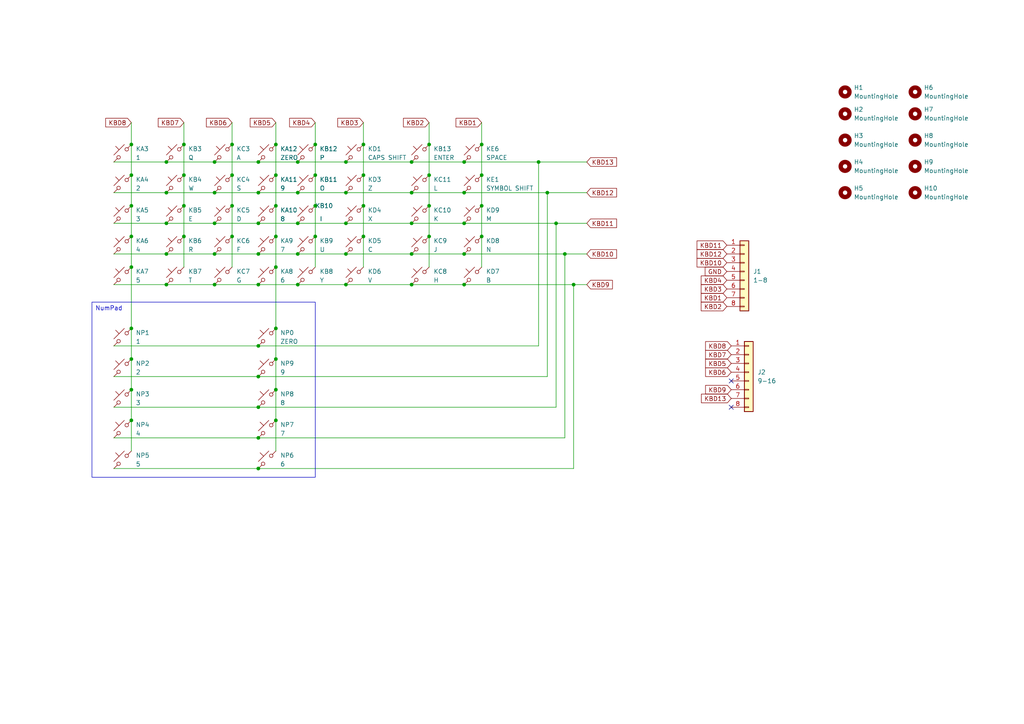
<source format=kicad_sch>
(kicad_sch (version 20250114) (generator "eeschema") (generator_version "9.0")
  (paper "A4")
  (title_block (title "Keyboard for Pioneer-2 Spectrum Clone") (date "14/NOV/2025") (rev "A") (company "Brett Hallen") (comment 1 "www.youtube.com/@Brfff"))
  (lib_symbols
    (symbol "Connector_Generic:Conn_01x08" (pin_names (offset 1.016) (hide yes))
      (property "Reference" "J" (at 0 10.16 0))
      (property "Value" "Conn_01x08" (at 0 -12.7 0))
      (symbol "Conn_01x08_1_1"
        (rectangle (start -1.27 8.89) (end 1.27 -11.43) (stroke (width 0.254)) (fill (type background)))
        (rectangle (start -1.27 7.747) (end 0 7.493) (stroke (width 0.1524)))
        (rectangle (start -1.27 5.207) (end 0 4.953) (stroke (width 0.1524)))
        (rectangle (start -1.27 2.667) (end 0 2.413) (stroke (width 0.1524)))
        (rectangle (start -1.27 0.127) (end 0 -0.127) (stroke (width 0.1524)))
        (rectangle (start -1.27 -2.413) (end 0 -2.667) (stroke (width 0.1524)))
        (rectangle (start -1.27 -4.953) (end 0 -5.207) (stroke (width 0.1524)))
        (rectangle (start -1.27 -7.493) (end 0 -7.747) (stroke (width 0.1524)))
        (rectangle (start -1.27 -10.033) (end 0 -10.287) (stroke (width 0.1524)))
        (pin passive line (at -5.08 7.62 0) (length 3.81) (name "Pin_1") (number "1"))
        (pin passive line (at -5.08 5.08 0) (length 3.81) (name "Pin_2") (number "2"))
        (pin passive line (at -5.08 2.54 0) (length 3.81) (name "Pin_3") (number "3"))
        (pin passive line (at -5.08 0 0) (length 3.81) (name "Pin_4") (number "4"))
        (pin passive line (at -5.08 -2.54 0) (length 3.81) (name "Pin_5") (number "5"))
        (pin passive line (at -5.08 -5.08 0) (length 3.81) (name "Pin_6") (number "6"))
        (pin passive line (at -5.08 -7.62 0) (length 3.81) (name "Pin_7") (number "7"))
        (pin passive line (at -5.08 -10.16 0) (length 3.81) (name "Pin_8") (number "8"))
      )
    )
    (symbol "Mechanical:MountingHole" (pin_names (offset 1.016)) (in_bom no)
      (property "Reference" "H" (at 0 5.08 0))
      (property "Value" "MountingHole" (at 0 3.175 0))
      (symbol "MountingHole_0_1"
        (circle (center 0 0) (radius 1.27) (stroke (width 1.27)))
      )
    )
    (symbol "Switch:SW_Push_45deg" (pin_numbers (hide yes)) (pin_names (offset 1.016) (hide yes))
      (property "Reference" "SW" (at 3.048 1.016 0))
      (property "Value" "SW_Push_45deg" (at 0 -3.81 0))
      (symbol "SW_Push_45deg_0_1"
        (polyline (pts (xy -2.54 2.54) (xy -1.524 1.524) (xy -1.524 1.524)))
        (circle (center -1.1684 1.1684) (radius 0.508))
        (polyline (pts (xy -0.508 2.54) (xy 2.54 -0.508)))
        (polyline (pts (xy 1.016 1.016) (xy 2.032 2.032)))
        (circle (center 1.143 -1.1938) (radius 0.508))
        (polyline (pts (xy 1.524 -1.524) (xy 2.54 -2.54) (xy 2.54 -2.54) (xy 2.54 -2.54)))
        (pin passive line (at -2.54 2.54 0) (length 0) (name "1") (number "1"))
        (pin passive line (at 2.54 -2.54 180) (length 0) (name "2") (number "2"))
      )
    )
  )
  (text_box "NumPad" (at 26.67 87.63 0) (size 64.77 50.8) (margins 0.9525 0.9525 0.9525 0.9525) (effects (font (size 1.27 1.27)) (justify left top)))
  (junction (at 38.1 113.03))
  (junction (at 156.21 46.99))
  (junction (at 91.44 50.8))
  (junction (at 119.38 46.99))
  (junction (at 163.83 73.66))
  (junction (at 139.7 59.69))
  (junction (at 86.36 46.99))
  (junction (at 105.41 50.8))
  (junction (at 91.44 41.91))
  (junction (at 100.33 73.66))
  (junction (at 86.36 64.77))
  (junction (at 100.33 46.99))
  (junction (at 86.36 55.88))
  (junction (at 53.34 59.69))
  (junction (at 91.44 59.69))
  (junction (at 124.46 59.69))
  (junction (at 74.93 73.66))
  (junction (at 74.93 64.77))
  (junction (at 38.1 77.47))
  (junction (at 48.26 46.99))
  (junction (at 74.93 109.22))
  (junction (at 100.33 55.88))
  (junction (at 166.37 82.55))
  (junction (at 80.01 50.8))
  (junction (at 74.93 46.99))
  (junction (at 86.36 82.55))
  (junction (at 67.31 59.69))
  (junction (at 80.01 113.03))
  (junction (at 119.38 73.66))
  (junction (at 62.23 64.77))
  (junction (at 67.31 68.58))
  (junction (at 74.93 100.33))
  (junction (at 105.41 59.69))
  (junction (at 161.29 64.77))
  (junction (at 74.93 55.88))
  (junction (at 139.7 41.91))
  (junction (at 62.23 73.66))
  (junction (at 53.34 50.8))
  (junction (at 48.26 73.66))
  (junction (at 38.1 104.14))
  (junction (at 158.75 55.88))
  (junction (at 62.23 55.88))
  (junction (at 74.93 82.55))
  (junction (at 119.38 64.77))
  (junction (at 74.93 135.89))
  (junction (at 134.62 46.99))
  (junction (at 100.33 64.77))
  (junction (at 48.26 55.88))
  (junction (at 38.1 121.92))
  (junction (at 80.01 95.25))
  (junction (at 38.1 59.69))
  (junction (at 53.34 68.58))
  (junction (at 100.33 82.55))
  (junction (at 134.62 55.88))
  (junction (at 139.7 50.8))
  (junction (at 134.62 82.55))
  (junction (at 134.62 64.77))
  (junction (at 119.38 82.55))
  (junction (at 124.46 68.58))
  (junction (at 53.34 41.91))
  (junction (at 62.23 82.55))
  (junction (at 74.93 118.11))
  (junction (at 67.31 50.8))
  (junction (at 80.01 41.91))
  (junction (at 48.26 82.55))
  (junction (at 38.1 95.25))
  (junction (at 80.01 121.92))
  (junction (at 80.01 77.47))
  (junction (at 62.23 46.99))
  (junction (at 124.46 41.91))
  (junction (at 119.38 55.88))
  (junction (at 38.1 68.58))
  (junction (at 86.36 73.66))
  (junction (at 67.31 41.91))
  (junction (at 80.01 68.58))
  (junction (at 134.62 73.66))
  (junction (at 74.93 127))
  (junction (at 80.01 104.14))
  (junction (at 80.01 59.69))
  (junction (at 139.7 68.58))
  (junction (at 105.41 68.58))
  (junction (at 91.44 68.58))
  (junction (at 48.26 64.77))
  (junction (at 124.46 50.8))
  (junction (at 38.1 50.8))
  (junction (at 105.41 41.91))
  (junction (at 38.1 41.91))
  (no_connect (at 212.09 110.49))
  (no_connect (at 212.09 118.11))
  (wire (pts (xy 53.34 35.56) (xy 53.34 41.91)))
  (wire (pts (xy 74.93 55.88) (xy 86.36 55.88)))
  (wire (pts (xy 33.02 46.99) (xy 48.26 46.99)))
  (wire (pts (xy 124.46 41.91) (xy 124.46 50.8)))
  (wire (pts (xy 62.23 64.77) (xy 74.93 64.77)))
  (wire (pts (xy 91.44 68.58) (xy 91.44 77.47)))
  (wire (pts (xy 163.83 127) (xy 163.83 73.66)))
  (wire (pts (xy 158.75 55.88) (xy 170.18 55.88)))
  (wire (pts (xy 48.26 64.77) (xy 62.23 64.77)))
  (wire (pts (xy 48.26 82.55) (xy 62.23 82.55)))
  (wire (pts (xy 91.44 50.8) (xy 91.44 59.69)))
  (wire (pts (xy 38.1 77.47) (xy 38.1 95.25)))
  (wire (pts (xy 100.33 55.88) (xy 119.38 55.88)))
  (wire (pts (xy 38.1 59.69) (xy 38.1 68.58)))
  (wire (pts (xy 100.33 82.55) (xy 119.38 82.55)))
  (wire (pts (xy 33.02 127) (xy 74.93 127)))
  (wire (pts (xy 161.29 64.77) (xy 170.18 64.77)))
  (wire (pts (xy 105.41 41.91) (xy 105.41 50.8)))
  (wire (pts (xy 38.1 121.92) (xy 38.1 130.81)))
  (wire (pts (xy 74.93 118.11) (xy 161.29 118.11)))
  (wire (pts (xy 74.93 82.55) (xy 86.36 82.55)))
  (wire (pts (xy 166.37 135.89) (xy 166.37 82.55)))
  (wire (pts (xy 38.1 95.25) (xy 38.1 104.14)))
  (wire (pts (xy 38.1 35.56) (xy 38.1 41.91)))
  (wire (pts (xy 156.21 46.99) (xy 170.18 46.99)))
  (wire (pts (xy 86.36 55.88) (xy 100.33 55.88)))
  (wire (pts (xy 139.7 41.91) (xy 139.7 50.8)))
  (wire (pts (xy 48.26 55.88) (xy 62.23 55.88)))
  (wire (pts (xy 67.31 41.91) (xy 67.31 50.8)))
  (wire (pts (xy 48.26 73.66) (xy 62.23 73.66)))
  (wire (pts (xy 139.7 59.69) (xy 139.7 68.58)))
  (wire (pts (xy 119.38 82.55) (xy 134.62 82.55)))
  (wire (pts (xy 139.7 68.58) (xy 139.7 77.47)))
  (wire (pts (xy 105.41 50.8) (xy 105.41 59.69)))
  (wire (pts (xy 67.31 68.58) (xy 67.31 77.47)))
  (wire (pts (xy 53.34 41.91) (xy 53.34 50.8)))
  (wire (pts (xy 124.46 35.56) (xy 124.46 41.91)))
  (wire (pts (xy 33.02 73.66) (xy 48.26 73.66)))
  (wire (pts (xy 53.34 59.69) (xy 53.34 68.58)))
  (wire (pts (xy 134.62 55.88) (xy 158.75 55.88)))
  (wire (pts (xy 80.01 35.56) (xy 80.01 41.91)))
  (wire (pts (xy 33.02 82.55) (xy 48.26 82.55)))
  (wire (pts (xy 124.46 50.8) (xy 124.46 59.69)))
  (wire (pts (xy 158.75 55.88) (xy 158.75 109.22)))
  (wire (pts (xy 139.7 35.56) (xy 139.7 41.91)))
  (wire (pts (xy 74.93 127) (xy 163.83 127)))
  (wire (pts (xy 161.29 118.11) (xy 161.29 64.77)))
  (wire (pts (xy 100.33 73.66) (xy 119.38 73.66)))
  (wire (pts (xy 74.93 100.33) (xy 156.21 100.33)))
  (wire (pts (xy 33.02 135.89) (xy 74.93 135.89)))
  (wire (pts (xy 80.01 50.8) (xy 80.01 59.69)))
  (wire (pts (xy 124.46 59.69) (xy 124.46 68.58)))
  (wire (pts (xy 156.21 100.33) (xy 156.21 46.99)))
  (wire (pts (xy 38.1 68.58) (xy 38.1 77.47)))
  (wire (pts (xy 91.44 59.69) (xy 91.44 68.58)))
  (wire (pts (xy 86.36 73.66) (xy 100.33 73.66)))
  (wire (pts (xy 33.02 100.33) (xy 74.93 100.33)))
  (wire (pts (xy 80.01 59.69) (xy 80.01 68.58)))
  (wire (pts (xy 38.1 41.91) (xy 38.1 50.8)))
  (wire (pts (xy 80.01 41.91) (xy 80.01 50.8)))
  (wire (pts (xy 33.02 64.77) (xy 48.26 64.77)))
  (wire (pts (xy 33.02 118.11) (xy 74.93 118.11)))
  (wire (pts (xy 134.62 64.77) (xy 161.29 64.77)))
  (wire (pts (xy 86.36 82.55) (xy 100.33 82.55)))
  (wire (pts (xy 80.01 104.14) (xy 80.01 113.03)))
  (wire (pts (xy 67.31 35.56) (xy 67.31 41.91)))
  (wire (pts (xy 38.1 50.8) (xy 38.1 59.69)))
  (wire (pts (xy 80.01 68.58) (xy 80.01 77.47)))
  (wire (pts (xy 105.41 35.56) (xy 105.41 41.91)))
  (wire (pts (xy 105.41 59.69) (xy 105.41 68.58)))
  (wire (pts (xy 74.93 135.89) (xy 166.37 135.89)))
  (wire (pts (xy 53.34 68.58) (xy 53.34 77.47)))
  (wire (pts (xy 139.7 50.8) (xy 139.7 59.69)))
  (wire (pts (xy 119.38 46.99) (xy 134.62 46.99)))
  (wire (pts (xy 166.37 82.55) (xy 170.18 82.55)))
  (wire (pts (xy 80.01 121.92) (xy 80.01 130.81)))
  (wire (pts (xy 74.93 73.66) (xy 86.36 73.66)))
  (wire (pts (xy 158.75 109.22) (xy 74.93 109.22)))
  (wire (pts (xy 163.83 73.66) (xy 170.18 73.66)))
  (wire (pts (xy 48.26 46.99) (xy 62.23 46.99)))
  (wire (pts (xy 62.23 46.99) (xy 74.93 46.99)))
  (wire (pts (xy 134.62 73.66) (xy 163.83 73.66)))
  (wire (pts (xy 67.31 59.69) (xy 67.31 68.58)))
  (wire (pts (xy 119.38 73.66) (xy 134.62 73.66)))
  (wire (pts (xy 100.33 46.99) (xy 119.38 46.99)))
  (wire (pts (xy 67.31 50.8) (xy 67.31 59.69)))
  (wire (pts (xy 38.1 104.14) (xy 38.1 113.03)))
  (wire (pts (xy 80.01 113.03) (xy 80.01 121.92)))
  (wire (pts (xy 62.23 73.66) (xy 74.93 73.66)))
  (wire (pts (xy 100.33 64.77) (xy 119.38 64.77)))
  (wire (pts (xy 74.93 46.99) (xy 86.36 46.99)))
  (wire (pts (xy 86.36 64.77) (xy 100.33 64.77)))
  (wire (pts (xy 91.44 41.91) (xy 91.44 50.8)))
  (wire (pts (xy 38.1 113.03) (xy 38.1 121.92)))
  (wire (pts (xy 80.01 95.25) (xy 80.01 104.14)))
  (wire (pts (xy 33.02 109.22) (xy 74.93 109.22)))
  (wire (pts (xy 119.38 55.88) (xy 134.62 55.88)))
  (wire (pts (xy 80.01 77.47) (xy 80.01 95.25)))
  (wire (pts (xy 134.62 46.99) (xy 156.21 46.99)))
  (wire (pts (xy 119.38 64.77) (xy 134.62 64.77)))
  (wire (pts (xy 33.02 55.88) (xy 48.26 55.88)))
  (wire (pts (xy 62.23 82.55) (xy 74.93 82.55)))
  (wire (pts (xy 134.62 82.55) (xy 166.37 82.55)))
  (wire (pts (xy 91.44 35.56) (xy 91.44 41.91)))
  (wire (pts (xy 74.93 64.77) (xy 86.36 64.77)))
  (wire (pts (xy 105.41 68.58) (xy 105.41 77.47)))
  (wire (pts (xy 124.46 68.58) (xy 124.46 77.47)))
  (wire (pts (xy 53.34 50.8) (xy 53.34 59.69)))
  (wire (pts (xy 62.23 55.88) (xy 74.93 55.88)))
  (wire (pts (xy 86.36 46.99) (xy 100.33 46.99)))
  (global_label "KBD7" (shape input) (at 53.34 35.56 180) (property "Intersheetrefs" "${INTERSHEET_REFS}" (effects (hide yes))))
  (global_label "KBD12" (shape input) (at 210.82 73.66 180) (property "Intersheetrefs" "${INTERSHEET_REFS}" (effects (hide yes))))
  (global_label "KBD10" (shape input) (at 210.82 76.2 180) (property "Intersheetrefs" "${INTERSHEET_REFS}" (effects (hide yes))))
  (global_label "KBD9" (shape input) (at 170.18 82.55 0) (property "Intersheetrefs" "${INTERSHEET_REFS}" (effects (hide yes))))
  (global_label "KBD12" (shape input) (at 170.18 55.88 0) (property "Intersheetrefs" "${INTERSHEET_REFS}" (effects (hide yes))))
  (global_label "KBD5" (shape input) (at 212.09 105.41 180) (property "Intersheetrefs" "${INTERSHEET_REFS}" (effects (hide yes))))
  (global_label "KBD6" (shape input) (at 212.09 107.95 180) (property "Intersheetrefs" "${INTERSHEET_REFS}" (effects (hide yes))))
  (global_label "KBD7" (shape input) (at 212.09 102.87 180) (property "Intersheetrefs" "${INTERSHEET_REFS}" (effects (hide yes))))
  (global_label "KBD1" (shape input) (at 139.7 35.56 180) (property "Intersheetrefs" "${INTERSHEET_REFS}" (effects (hide yes))))
  (global_label "KBD4" (shape input) (at 210.82 81.28 180) (property "Intersheetrefs" "${INTERSHEET_REFS}" (effects (hide yes))))
  (global_label "KBD13" (shape input) (at 170.18 46.99 0) (property "Intersheetrefs" "${INTERSHEET_REFS}" (effects (hide yes))))
  (global_label "KBD8" (shape input) (at 38.1 35.56 180) (property "Intersheetrefs" "${INTERSHEET_REFS}" (effects (hide yes))))
  (global_label "KBD6" (shape input) (at 67.31 35.56 180) (property "Intersheetrefs" "${INTERSHEET_REFS}" (effects (hide yes))))
  (global_label "KBD3" (shape input) (at 210.82 83.82 180) (property "Intersheetrefs" "${INTERSHEET_REFS}" (effects (hide yes))))
  (global_label "KBD9" (shape input) (at 212.09 113.03 180) (property "Intersheetrefs" "${INTERSHEET_REFS}" (effects (hide yes))))
  (global_label "KBD1" (shape input) (at 210.82 86.36 180) (property "Intersheetrefs" "${INTERSHEET_REFS}" (effects (hide yes))))
  (global_label "KBD8" (shape input) (at 212.09 100.33 180) (property "Intersheetrefs" "${INTERSHEET_REFS}" (effects (hide yes))))
  (global_label "KBD10" (shape input) (at 170.18 73.66 0) (property "Intersheetrefs" "${INTERSHEET_REFS}" (effects (hide yes))))
  (global_label "GND" (shape input) (at 210.82 78.74 180) (property "Intersheetrefs" "${INTERSHEET_REFS}" (effects (hide yes))))
  (global_label "KBD3" (shape input) (at 105.41 35.56 180) (property "Intersheetrefs" "${INTERSHEET_REFS}" (effects (hide yes))))
  (global_label "KBD4" (shape input) (at 91.44 35.56 180) (property "Intersheetrefs" "${INTERSHEET_REFS}" (effects (hide yes))))
  (global_label "KBD11" (shape input) (at 210.82 71.12 180) (property "Intersheetrefs" "${INTERSHEET_REFS}" (effects (hide yes))))
  (global_label "KBD2" (shape input) (at 124.46 35.56 180) (property "Intersheetrefs" "${INTERSHEET_REFS}" (effects (hide yes))))
  (global_label "KBD2" (shape input) (at 210.82 88.9 180) (property "Intersheetrefs" "${INTERSHEET_REFS}" (effects (hide yes))))
  (global_label "KBD13" (shape input) (at 212.09 115.57 180) (property "Intersheetrefs" "${INTERSHEET_REFS}" (effects (hide yes))))
  (global_label "KBD11" (shape input) (at 170.18 64.77 0) (property "Intersheetrefs" "${INTERSHEET_REFS}" (effects (hide yes))))
  (global_label "KBD5" (shape input) (at 80.01 35.56 180) (property "Intersheetrefs" "${INTERSHEET_REFS}" (effects (hide yes))))
  (symbol (lib_id "Switch:SW_Push_45deg") (at 77.47 106.68 90) (unit 1)
    (property "Reference" "NP9" (at 81.28 105.4099 90) (effects (justify right)))
    (property "Value" "9" (at 81.28 107.9499 90) (effects (justify right)))
    (property "Footprint" "Button_Switch_THT:SW_PUSH-12mm" (effects (hide yes)))
    (property "Description" "Push button switch, normally open, two pins, 45° tilted" (effects (hide yes)))
  )
  (symbol (lib_id "Switch:SW_Push_45deg") (at 102.87 62.23 90) (unit 1)
    (property "Reference" "KD4" (at 106.68 60.9599 90) (effects (justify right)))
    (property "Value" "X" (at 106.68 63.4999 90) (effects (justify right)))
    (property "Footprint" "Button_Switch_THT:SW_PUSH-12mm" (effects (hide yes)))
    (property "Description" "Push button switch, normally open, two pins, 45° tilted" (effects (hide yes)))
  )
  (symbol (lib_id "Mechanical:MountingHole") (at 245.11 33.02 0) (unit 1) (in_bom no)
    (property "Reference" "H2" (at 247.65 31.7499 0) (effects (justify left)))
    (property "Value" "MountingHole" (at 247.65 34.2899 0) (effects (justify left)))
    (property "Footprint" "MountingHole:MountingHole_3.2mm_M3" (effects (hide yes)))
    (property "Description" "Mounting Hole without connection" (effects (hide yes)))
  )
  (symbol (lib_id "Switch:SW_Push_45deg") (at 50.8 53.34 90) (unit 1)
    (property "Reference" "KB4" (at 54.61 52.0699 90) (effects (justify right)))
    (property "Value" "W" (at 54.61 54.6099 90) (effects (justify right)))
    (property "Footprint" "Button_Switch_THT:SW_PUSH-12mm" (effects (hide yes)))
    (property "Description" "Push button switch, normally open, two pins, 45° tilted" (effects (hide yes)))
  )
  (symbol (lib_id "Switch:SW_Push_45deg") (at 35.56 115.57 90) (unit 1)
    (property "Reference" "NP3" (at 39.37 114.2999 90) (effects (justify right)))
    (property "Value" "3" (at 39.37 116.8399 90) (effects (justify right)))
    (property "Footprint" "Button_Switch_THT:SW_PUSH-12mm" (effects (hide yes)))
    (property "Description" "Push button switch, normally open, two pins, 45° tilted" (effects (hide yes)))
  )
  (symbol (lib_id "Switch:SW_Push_45deg") (at 88.9 44.45 90) (unit 1)
    (property "Reference" "KB12" (at 92.71 43.1799 90) (effects (justify right)))
    (property "Value" "P" (at 92.71 45.7199 90) (effects (justify right)))
    (property "Footprint" "Button_Switch_THT:SW_PUSH-12mm" (effects (hide yes)))
    (property "Description" "Push button switch, normally open, two pins, 45° tilted" (effects (hide yes)))
  )
  (symbol (lib_id "Switch:SW_Push_45deg") (at 121.92 80.01 90) (unit 1)
    (property "Reference" "KC8" (at 125.73 78.7399 90) (effects (justify right)))
    (property "Value" "H" (at 125.73 81.2799 90) (effects (justify right)))
    (property "Footprint" "Button_Switch_THT:SW_PUSH-12mm" (effects (hide yes)))
    (property "Description" "Push button switch, normally open, two pins, 45° tilted" (effects (hide yes)))
  )
  (symbol (lib_id "Mechanical:MountingHole") (at 245.11 55.88 0) (unit 1) (in_bom no)
    (property "Reference" "H5" (at 247.65 54.6099 0) (effects (justify left)))
    (property "Value" "MountingHole" (at 247.65 57.1499 0) (effects (justify left)))
    (property "Footprint" "MountingHole:MountingHole_3.2mm_M3" (effects (hide yes)))
    (property "Description" "Mounting Hole without connection" (effects (hide yes)))
  )
  (symbol (lib_id "Switch:SW_Push_45deg") (at 77.47 80.01 90) (unit 1)
    (property "Reference" "KA8" (at 81.28 78.7399 90) (effects (justify right)))
    (property "Value" "6" (at 81.28 81.2799 90) (effects (justify right)))
    (property "Footprint" "Button_Switch_THT:SW_PUSH-12mm" (effects (hide yes)))
    (property "Description" "Push button switch, normally open, two pins, 45° tilted" (effects (hide yes)))
  )
  (symbol (lib_id "Switch:SW_Push_45deg") (at 102.87 44.45 90) (unit 1)
    (property "Reference" "KD1" (at 106.68 43.1799 90) (effects (justify right)))
    (property "Value" "CAPS SHIFT" (at 106.68 45.7199 90) (effects (justify right)))
    (property "Footprint" "Button_Switch_THT:SW_PUSH-12mm" (effects (hide yes)))
    (property "Description" "Push button switch, normally open, two pins, 45° tilted" (effects (hide yes)))
  )
  (symbol (lib_id "Switch:SW_Push_45deg") (at 137.16 62.23 90) (unit 1)
    (property "Reference" "KD9" (at 140.97 60.9599 90) (effects (justify right)))
    (property "Value" "M" (at 140.97 63.4999 90) (effects (justify right)))
    (property "Footprint" "Button_Switch_THT:SW_PUSH-12mm" (effects (hide yes)))
    (property "Description" "Push button switch, normally open, two pins, 45° tilted" (effects (hide yes)))
  )
  (symbol (lib_id "Connector_Generic:Conn_01x08") (at 217.17 107.95 0) (unit 1)
    (property "Reference" "J2" (at 219.71 107.9499 0) (effects (justify left)))
    (property "Value" "9-16" (at 219.71 110.4899 0) (effects (justify left)))
    (property "Footprint" "Connector_PinHeader_2.54mm:PinHeader_1x08_P2.54mm_Vertical" (effects (hide yes)))
    (property "Description" "Generic connector, single row, 01x08, script generated (kicad-library-utils/schlib/autogen/connector/)" (effects (hide yes)))
  )
  (symbol (lib_id "Switch:SW_Push_45deg") (at 50.8 71.12 90) (unit 1)
    (property "Reference" "KB6" (at 54.61 69.8499 90) (effects (justify right)))
    (property "Value" "R" (at 54.61 72.3899 90) (effects (justify right)))
    (property "Footprint" "Button_Switch_THT:SW_PUSH-12mm" (effects (hide yes)))
    (property "Description" "Push button switch, normally open, two pins, 45° tilted" (effects (hide yes)))
  )
  (symbol (lib_id "Switch:SW_Push_45deg") (at 50.8 44.45 90) (unit 1)
    (property "Reference" "KB3" (at 54.61 43.1799 90) (effects (justify right)))
    (property "Value" "Q" (at 54.61 45.7199 90) (effects (justify right)))
    (property "Footprint" "Button_Switch_THT:SW_PUSH-12mm" (effects (hide yes)))
    (property "Description" "Push button switch, normally open, two pins, 45° tilted" (effects (hide yes)))
  )
  (symbol (lib_id "Switch:SW_Push_45deg") (at 35.56 62.23 90) (unit 1)
    (property "Reference" "KA5" (at 39.37 60.9599 90) (effects (justify right)))
    (property "Value" "3" (at 39.37 63.4999 90) (effects (justify right)))
    (property "Footprint" "Button_Switch_THT:SW_PUSH-12mm" (effects (hide yes)))
    (property "Description" "Push button switch, normally open, two pins, 45° tilted" (effects (hide yes)))
  )
  (symbol (lib_id "Connector_Generic:Conn_01x08") (at 215.9 78.74 0) (unit 1)
    (property "Reference" "J1" (at 218.44 78.7399 0) (effects (justify left)))
    (property "Value" "1-8" (at 218.44 81.2799 0) (effects (justify left)))
    (property "Footprint" "Connector_PinHeader_2.54mm:PinHeader_1x08_P2.54mm_Vertical" (effects (hide yes)))
    (property "Description" "Generic connector, single row, 01x08, script generated (kicad-library-utils/schlib/autogen/connector/)" (effects (hide yes)))
  )
  (symbol (lib_id "Switch:SW_Push_45deg") (at 77.47 44.45 90) (unit 1)
    (property "Reference" "KA12" (at 81.28 43.1799 90) (effects (justify right)))
    (property "Value" "ZERO" (at 81.28 45.7199 90) (effects (justify right)))
    (property "Footprint" "Button_Switch_THT:SW_PUSH-12mm" (effects (hide yes)))
    (property "Description" "Push button switch, normally open, two pins, 45° tilted" (effects (hide yes)))
  )
  (symbol (lib_id "Switch:SW_Push_45deg") (at 102.87 80.01 90) (unit 1)
    (property "Reference" "KD6" (at 106.68 78.7399 90) (effects (justify right)))
    (property "Value" "V" (at 106.68 81.2799 90) (effects (justify right)))
    (property "Footprint" "Button_Switch_THT:SW_PUSH-12mm" (effects (hide yes)))
    (property "Description" "Push button switch, normally open, two pins, 45° tilted" (effects (hide yes)))
  )
  (symbol (lib_id "Switch:SW_Push_45deg") (at 137.16 44.45 90) (unit 1)
    (property "Reference" "KE6" (at 140.97 43.1799 90) (effects (justify right)))
    (property "Value" "SPACE" (at 140.97 45.7199 90) (effects (justify right)))
    (property "Footprint" "Button_Switch_THT:SW_PUSH-12mm" (effects (hide yes)))
    (property "Description" "Push button switch, normally open, two pins, 45° tilted" (effects (hide yes)))
  )
  (symbol (lib_id "Switch:SW_Push_45deg") (at 64.77 71.12 90) (unit 1)
    (property "Reference" "KC6" (at 68.58 69.8499 90) (effects (justify right)))
    (property "Value" "F" (at 68.58 72.3899 90) (effects (justify right)))
    (property "Footprint" "Button_Switch_THT:SW_PUSH-12mm" (effects (hide yes)))
    (property "Description" "Push button switch, normally open, two pins, 45° tilted" (effects (hide yes)))
  )
  (symbol (lib_id "Switch:SW_Push_45deg") (at 35.56 71.12 90) (unit 1)
    (property "Reference" "KA6" (at 39.37 69.8499 90) (effects (justify right)))
    (property "Value" "4" (at 39.37 72.3899 90) (effects (justify right)))
    (property "Footprint" "Button_Switch_THT:SW_PUSH-12mm" (effects (hide yes)))
    (property "Description" "Push button switch, normally open, two pins, 45° tilted" (effects (hide yes)))
  )
  (symbol (lib_id "Switch:SW_Push_45deg") (at 77.47 53.34 90) (unit 1)
    (property "Reference" "KA11" (at 81.28 52.0699 90) (effects (justify right)))
    (property "Value" "9" (at 81.28 54.6099 90) (effects (justify right)))
    (property "Footprint" "Button_Switch_THT:SW_PUSH-12mm" (effects (hide yes)))
    (property "Description" "Push button switch, normally open, two pins, 45° tilted" (effects (hide yes)))
  )
  (symbol (lib_id "Switch:SW_Push_45deg") (at 77.47 62.23 90) (unit 1)
    (property "Reference" "KA10" (at 81.28 60.9599 90) (effects (justify right)))
    (property "Value" "8" (at 81.28 63.4999 90) (effects (justify right)))
    (property "Footprint" "Button_Switch_THT:SW_PUSH-12mm" (effects (hide yes)))
    (property "Description" "Push button switch, normally open, two pins, 45° tilted" (effects (hide yes)))
  )
  (symbol (lib_id "Mechanical:MountingHole") (at 265.43 48.26 0) (unit 1) (in_bom no)
    (property "Reference" "H9" (at 267.97 46.9899 0) (effects (justify left)))
    (property "Value" "MountingHole" (at 267.97 49.5299 0) (effects (justify left)))
    (property "Footprint" "MountingHole:MountingHole_3.2mm_M3" (effects (hide yes)))
    (property "Description" "Mounting Hole without connection" (effects (hide yes)))
  )
  (symbol (lib_id "Switch:SW_Push_45deg") (at 64.77 44.45 90) (unit 1)
    (property "Reference" "KC3" (at 68.58 43.1799 90) (effects (justify right)))
    (property "Value" "A" (at 68.58 45.7199 90) (effects (justify right)))
    (property "Footprint" "Button_Switch_THT:SW_PUSH-12mm" (effects (hide yes)))
    (property "Description" "Push button switch, normally open, two pins, 45° tilted" (effects (hide yes)))
  )
  (symbol (lib_id "Switch:SW_Push_45deg") (at 88.9 80.01 90) (unit 1)
    (property "Reference" "KB8" (at 92.71 78.7399 90) (effects (justify right)))
    (property "Value" "Y" (at 92.71 81.2799 90) (effects (justify right)))
    (property "Footprint" "Button_Switch_THT:SW_PUSH-12mm" (effects (hide yes)))
    (property "Description" "Push button switch, normally open, two pins, 45° tilted" (effects (hide yes)))
  )
  (symbol (lib_id "Switch:SW_Push_45deg") (at 35.56 97.79 90) (unit 1)
    (property "Reference" "NP1" (at 39.37 96.5199 90) (effects (justify right)))
    (property "Value" "1" (at 39.37 99.0599 90) (effects (justify right)))
    (property "Footprint" "Button_Switch_THT:SW_PUSH-12mm" (effects (hide yes)))
    (property "Description" "Push button switch, normally open, two pins, 45° tilted" (effects (hide yes)))
  )
  (symbol (lib_id "Switch:SW_Push_45deg") (at 88.9 53.34 90) (unit 1)
    (property "Reference" "KB11" (at 92.71 52.0699 90) (effects (justify right)))
    (property "Value" "O" (at 92.71 54.6099 90) (effects (justify right)))
    (property "Footprint" "Button_Switch_THT:SW_PUSH-12mm" (effects (hide yes)))
    (property "Description" "Push button switch, normally open, two pins, 45° tilted" (effects (hide yes)))
  )
  (symbol (lib_id "Mechanical:MountingHole") (at 265.43 26.67 0) (unit 1) (in_bom no)
    (property "Reference" "H6" (at 267.97 25.3999 0) (effects (justify left)))
    (property "Value" "MountingHole" (at 267.97 27.9399 0) (effects (justify left)))
    (property "Footprint" "MountingHole:MountingHole_3.2mm_M3" (effects (hide yes)))
    (property "Description" "Mounting Hole without connection" (effects (hide yes)))
  )
  (symbol (lib_id "Switch:SW_Push_45deg") (at 137.16 71.12 90) (unit 1)
    (property "Reference" "KD8" (at 140.97 69.8499 90) (effects (justify right)))
    (property "Value" "N" (at 140.97 72.3899 90) (effects (justify right)))
    (property "Footprint" "Button_Switch_THT:SW_PUSH-12mm" (effects (hide yes)))
    (property "Description" "Push button switch, normally open, two pins, 45° tilted" (effects (hide yes)))
  )
  (symbol (lib_id "Mechanical:MountingHole") (at 245.11 40.64 0) (unit 1) (in_bom no)
    (property "Reference" "H3" (at 247.65 39.3699 0) (effects (justify left)))
    (property "Value" "MountingHole" (at 247.65 41.9099 0) (effects (justify left)))
    (property "Footprint" "MountingHole:MountingHole_3.2mm_M3" (effects (hide yes)))
    (property "Description" "Mounting Hole without connection" (effects (hide yes)))
  )
  (symbol (lib_id "Switch:SW_Push_45deg") (at 50.8 80.01 90) (unit 1)
    (property "Reference" "KB7" (at 54.61 78.7399 90) (effects (justify right)))
    (property "Value" "T" (at 54.61 81.2799 90) (effects (justify right)))
    (property "Footprint" "Button_Switch_THT:SW_PUSH-12mm" (effects (hide yes)))
    (property "Description" "Push button switch, normally open, two pins, 45° tilted" (effects (hide yes)))
  )
  (symbol (lib_id "Switch:SW_Push_45deg") (at 64.77 62.23 90) (unit 1)
    (property "Reference" "KC5" (at 68.58 60.9599 90) (effects (justify right)))
    (property "Value" "D" (at 68.58 63.4999 90) (effects (justify right)))
    (property "Footprint" "Button_Switch_THT:SW_PUSH-12mm" (effects (hide yes)))
    (property "Description" "Push button switch, normally open, two pins, 45° tilted" (effects (hide yes)))
  )
  (symbol (lib_id "Switch:SW_Push_45deg") (at 35.56 80.01 90) (unit 1)
    (property "Reference" "KA7" (at 39.37 78.7399 90) (effects (justify right)))
    (property "Value" "5" (at 39.37 81.2799 90) (effects (justify right)))
    (property "Footprint" "Button_Switch_THT:SW_PUSH-12mm" (effects (hide yes)))
    (property "Description" "Push button switch, normally open, two pins, 45° tilted" (effects (hide yes)))
  )
  (symbol (lib_id "Switch:SW_Push_45deg") (at 64.77 80.01 90) (unit 1)
    (property "Reference" "KC7" (at 68.58 78.7399 90) (effects (justify right)))
    (property "Value" "G" (at 68.58 81.2799 90) (effects (justify right)))
    (property "Footprint" "Button_Switch_THT:SW_PUSH-12mm" (effects (hide yes)))
    (property "Description" "Push button switch, normally open, two pins, 45° tilted" (effects (hide yes)))
  )
  (symbol (lib_id "Switch:SW_Push_45deg") (at 35.56 53.34 90) (unit 1)
    (property "Reference" "KA4" (at 39.37 52.0699 90) (effects (justify right)))
    (property "Value" "2" (at 39.37 54.6099 90) (effects (justify right)))
    (property "Footprint" "Button_Switch_THT:SW_PUSH-12mm" (effects (hide yes)))
    (property "Description" "Push button switch, normally open, two pins, 45° tilted" (effects (hide yes)))
  )
  (symbol (lib_id "Switch:SW_Push_45deg") (at 77.47 97.79 90) (unit 1)
    (property "Reference" "NP0" (at 81.28 96.5199 90) (effects (justify right)))
    (property "Value" "ZERO" (at 81.28 99.0599 90) (effects (justify right)))
    (property "Footprint" "Button_Switch_THT:SW_PUSH-12mm" (effects (hide yes)))
    (property "Description" "Push button switch, normally open, two pins, 45° tilted" (effects (hide yes)))
  )
  (symbol (lib_id "Mechanical:MountingHole") (at 265.43 33.02 0) (unit 1) (in_bom no)
    (property "Reference" "H7" (at 267.97 31.7499 0) (effects (justify left)))
    (property "Value" "MountingHole" (at 267.97 34.2899 0) (effects (justify left)))
    (property "Footprint" "MountingHole:MountingHole_3.2mm_M3" (effects (hide yes)))
    (property "Description" "Mounting Hole without connection" (effects (hide yes)))
  )
  (symbol (lib_id "Switch:SW_Push_45deg") (at 77.47 71.12 90) (unit 1)
    (property "Reference" "KA9" (at 81.28 69.8499 90) (effects (justify right)))
    (property "Value" "7" (at 81.28 72.3899 90) (effects (justify right)))
    (property "Footprint" "Button_Switch_THT:SW_PUSH-12mm" (effects (hide yes)))
    (property "Description" "Push button switch, normally open, two pins, 45° tilted" (effects (hide yes)))
  )
  (symbol (lib_id "Switch:SW_Push_45deg") (at 35.56 124.46 90) (unit 1)
    (property "Reference" "NP4" (at 39.37 123.1899 90) (effects (justify right)))
    (property "Value" "4" (at 39.37 125.7299 90) (effects (justify right)))
    (property "Footprint" "Button_Switch_THT:SW_PUSH-12mm" (effects (hide yes)))
    (property "Description" "Push button switch, normally open, two pins, 45° tilted" (effects (hide yes)))
  )
  (symbol (lib_id "Switch:SW_Push_45deg") (at 88.9 62.23 90) (unit 1)
    (property "Reference" "KB10" (at 91.44 59.69 90) (effects (justify right)))
    (property "Value" "I" (at 92.71 63.4999 90) (effects (justify right)))
    (property "Footprint" "Button_Switch_THT:SW_PUSH-12mm" (effects (hide yes)))
    (property "Description" "Push button switch, normally open, two pins, 45° tilted" (effects (hide yes)))
  )
  (symbol (lib_id "Switch:SW_Push_45deg") (at 64.77 53.34 90) (unit 1)
    (property "Reference" "KC4" (at 68.58 52.0699 90) (effects (justify right)))
    (property "Value" "S" (at 68.58 54.6099 90) (effects (justify right)))
    (property "Footprint" "Button_Switch_THT:SW_PUSH-12mm" (effects (hide yes)))
    (property "Description" "Push button switch, normally open, two pins, 45° tilted" (effects (hide yes)))
  )
  (symbol (lib_id "Switch:SW_Push_45deg") (at 77.47 124.46 90) (unit 1)
    (property "Reference" "NP7" (at 81.28 123.1899 90) (effects (justify right)))
    (property "Value" "7" (at 81.28 125.7299 90) (effects (justify right)))
    (property "Footprint" "Button_Switch_THT:SW_PUSH-12mm" (effects (hide yes)))
    (property "Description" "Push button switch, normally open, two pins, 45° tilted" (effects (hide yes)))
  )
  (symbol (lib_id "Switch:SW_Push_45deg") (at 35.56 106.68 90) (unit 1)
    (property "Reference" "NP2" (at 39.37 105.4099 90) (effects (justify right)))
    (property "Value" "2" (at 39.37 107.9499 90) (effects (justify right)))
    (property "Footprint" "Button_Switch_THT:SW_PUSH-12mm" (effects (hide yes)))
    (property "Description" "Push button switch, normally open, two pins, 45° tilted" (effects (hide yes)))
  )
  (symbol (lib_id "Switch:SW_Push_45deg") (at 35.56 133.35 90) (unit 1)
    (property "Reference" "NP5" (at 39.37 132.0799 90) (effects (justify right)))
    (property "Value" "5" (at 39.37 134.6199 90) (effects (justify right)))
    (property "Footprint" "Button_Switch_THT:SW_PUSH-12mm" (effects (hide yes)))
    (property "Description" "Push button switch, normally open, two pins, 45° tilted" (effects (hide yes)))
  )
  (symbol (lib_id "Switch:SW_Push_45deg") (at 121.92 44.45 90) (unit 1)
    (property "Reference" "KB13" (at 125.73 43.1799 90) (effects (justify right)))
    (property "Value" "ENTER" (at 125.73 45.7199 90) (effects (justify right)))
    (property "Footprint" "Button_Switch_THT:SW_PUSH-12mm" (effects (hide yes)))
    (property "Description" "Push button switch, normally open, two pins, 45° tilted" (effects (hide yes)))
  )
  (symbol (lib_id "Mechanical:MountingHole") (at 245.11 26.67 0) (unit 1) (in_bom no)
    (property "Reference" "H1" (at 247.65 25.3999 0) (effects (justify left)))
    (property "Value" "MountingHole" (at 247.65 27.9399 0) (effects (justify left)))
    (property "Footprint" "MountingHole:MountingHole_3.2mm_M3" (effects (hide yes)))
    (property "Description" "Mounting Hole without connection" (effects (hide yes)))
  )
  (symbol (lib_id "Switch:SW_Push_45deg") (at 121.92 53.34 90) (unit 1)
    (property "Reference" "KC11" (at 125.73 52.0699 90) (effects (justify right)))
    (property "Value" "L" (at 125.73 54.6099 90) (effects (justify right)))
    (property "Footprint" "Button_Switch_THT:SW_PUSH-12mm" (effects (hide yes)))
    (property "Description" "Push button switch, normally open, two pins, 45° tilted" (effects (hide yes)))
  )
  (symbol (lib_id "Mechanical:MountingHole") (at 265.43 55.88 0) (unit 1) (in_bom no)
    (property "Reference" "H10" (at 267.97 54.6099 0) (effects (justify left)))
    (property "Value" "MountingHole" (at 267.97 57.1499 0) (effects (justify left)))
    (property "Footprint" "MountingHole:MountingHole_3.2mm_M3" (effects (hide yes)))
    (property "Description" "Mounting Hole without connection" (effects (hide yes)))
  )
  (symbol (lib_id "Switch:SW_Push_45deg") (at 35.56 44.45 90) (unit 1)
    (property "Reference" "KA3" (at 39.37 43.1799 90) (effects (justify right)))
    (property "Value" "1" (at 39.37 45.7199 90) (effects (justify right)))
    (property "Footprint" "Button_Switch_THT:SW_PUSH-12mm" (effects (hide yes)))
    (property "Description" "Push button switch, normally open, two pins, 45° tilted" (effects (hide yes)))
  )
  (symbol (lib_id "Switch:SW_Push_45deg") (at 121.92 62.23 90) (unit 1)
    (property "Reference" "KC10" (at 125.73 60.9599 90) (effects (justify right)))
    (property "Value" "K" (at 125.73 63.4999 90) (effects (justify right)))
    (property "Footprint" "Button_Switch_THT:SW_PUSH-12mm" (effects (hide yes)))
    (property "Description" "Push button switch, normally open, two pins, 45° tilted" (effects (hide yes)))
  )
  (symbol (lib_id "Switch:SW_Push_45deg") (at 77.47 133.35 90) (unit 1)
    (property "Reference" "NP6" (at 81.28 132.0799 90) (effects (justify right)))
    (property "Value" "6" (at 81.28 134.6199 90) (effects (justify right)))
    (property "Footprint" "Button_Switch_THT:SW_PUSH-12mm" (effects (hide yes)))
    (property "Description" "Push button switch, normally open, two pins, 45° tilted" (effects (hide yes)))
  )
  (symbol (lib_id "Switch:SW_Push_45deg") (at 137.16 53.34 90) (unit 1)
    (property "Reference" "KE1" (at 140.97 52.0699 90) (effects (justify right)))
    (property "Value" "SYMBOL SHIFT" (at 140.97 54.6099 90) (effects (justify right)))
    (property "Footprint" "Button_Switch_THT:SW_PUSH-12mm" (effects (hide yes)))
    (property "Description" "Push button switch, normally open, two pins, 45° tilted" (effects (hide yes)))
  )
  (symbol (lib_id "Switch:SW_Push_45deg") (at 102.87 71.12 90) (unit 1)
    (property "Reference" "KD5" (at 106.68 69.8499 90) (effects (justify right)))
    (property "Value" "C" (at 106.68 72.3899 90) (effects (justify right)))
    (property "Footprint" "Button_Switch_THT:SW_PUSH-12mm" (effects (hide yes)))
    (property "Description" "Push button switch, normally open, two pins, 45° tilted" (effects (hide yes)))
  )
  (symbol (lib_id "Mechanical:MountingHole") (at 265.43 40.64 0) (unit 1) (in_bom no)
    (property "Reference" "H8" (at 267.97 39.3699 0) (effects (justify left)))
    (property "Value" "MountingHole" (at 267.97 41.9099 0) (effects (justify left)))
    (property "Footprint" "MountingHole:MountingHole_3.2mm_M3" (effects (hide yes)))
    (property "Description" "Mounting Hole without connection" (effects (hide yes)))
  )
  (symbol (lib_id "Mechanical:MountingHole") (at 245.11 48.26 0) (unit 1) (in_bom no)
    (property "Reference" "H4" (at 247.65 46.9899 0) (effects (justify left)))
    (property "Value" "MountingHole" (at 247.65 49.5299 0) (effects (justify left)))
    (property "Footprint" "MountingHole:MountingHole_3.2mm_M3" (effects (hide yes)))
    (property "Description" "Mounting Hole without connection" (effects (hide yes)))
  )
  (symbol (lib_id "Switch:SW_Push_45deg") (at 121.92 71.12 90) (unit 1)
    (property "Reference" "KC9" (at 125.73 69.8499 90) (effects (justify right)))
    (property "Value" "J" (at 125.73 72.3899 90) (effects (justify right)))
    (property "Footprint" "Button_Switch_THT:SW_PUSH-12mm" (effects (hide yes)))
    (property "Description" "Push button switch, normally open, two pins, 45° tilted" (effects (hide yes)))
  )
  (symbol (lib_id "Switch:SW_Push_45deg") (at 137.16 80.01 90) (unit 1)
    (property "Reference" "KD7" (at 140.97 78.7399 90) (effects (justify right)))
    (property "Value" "B" (at 140.97 81.2799 90) (effects (justify right)))
    (property "Footprint" "Button_Switch_THT:SW_PUSH-12mm" (effects (hide yes)))
    (property "Description" "Push button switch, normally open, two pins, 45° tilted" (effects (hide yes)))
  )
  (symbol (lib_id "Switch:SW_Push_45deg") (at 50.8 62.23 90) (unit 1)
    (property "Reference" "KB5" (at 54.61 60.9599 90) (effects (justify right)))
    (property "Value" "E" (at 54.61 63.4999 90) (effects (justify right)))
    (property "Footprint" "Button_Switch_THT:SW_PUSH-12mm" (effects (hide yes)))
    (property "Description" "Push button switch, normally open, two pins, 45° tilted" (effects (hide yes)))
  )
  (symbol (lib_id "Switch:SW_Push_45deg") (at 88.9 71.12 90) (unit 1)
    (property "Reference" "KB9" (at 92.71 69.8499 90) (effects (justify right)))
    (property "Value" "U" (at 92.71 72.3899 90) (effects (justify right)))
    (property "Footprint" "Button_Switch_THT:SW_PUSH-12mm" (effects (hide yes)))
    (property "Description" "Push button switch, normally open, two pins, 45° tilted" (effects (hide yes)))
  )
  (symbol (lib_id "Switch:SW_Push_45deg") (at 77.47 115.57 90) (unit 1)
    (property "Reference" "NP8" (at 81.28 114.2999 90) (effects (justify right)))
    (property "Value" "8" (at 81.28 116.8399 90) (effects (justify right)))
    (property "Footprint" "Button_Switch_THT:SW_PUSH-12mm" (effects (hide yes)))
    (property "Description" "Push button switch, normally open, two pins, 45° tilted" (effects (hide yes)))
  )
  (symbol (lib_id "Switch:SW_Push_45deg") (at 102.87 53.34 90) (unit 1)
    (property "Reference" "KD3" (at 106.68 52.0699 90) (effects (justify right)))
    (property "Value" "Z" (at 106.68 54.6099 90) (effects (justify right)))
    (property "Footprint" "Button_Switch_THT:SW_PUSH-12mm" (effects (hide yes)))
    (property "Description" "Push button switch, normally open, two pins, 45° tilted" (effects (hide yes)))
  )
)
</source>
